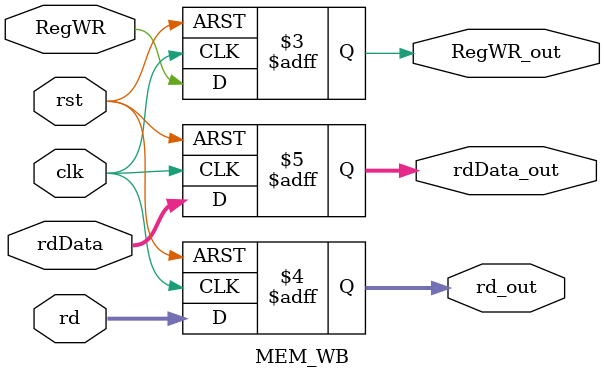
<source format=v>
`timescale 1ns / 1ps

//RegWR rd[4:0] RdData[31:0]

module MEM_WB(
    input clk,
    input rst,
    input RegWR,
    input [4:0] rd,
    input [31:0] rdData,
    output reg RegWR_out,
    output reg [4:0] rd_out,
    output reg [31:0] rdData_out
    );
    
    always @(posedge clk or negedge rst) begin
        if(!rst) begin
            RegWR_out <= 1'b0;
            rd_out <= 5'b0;
            rdData_out <= 32'b0;
        end
        else begin
            RegWR_out <= RegWR;
            rd_out <= rd;
            rdData_out <= rdData;
        end
    end
endmodule

</source>
